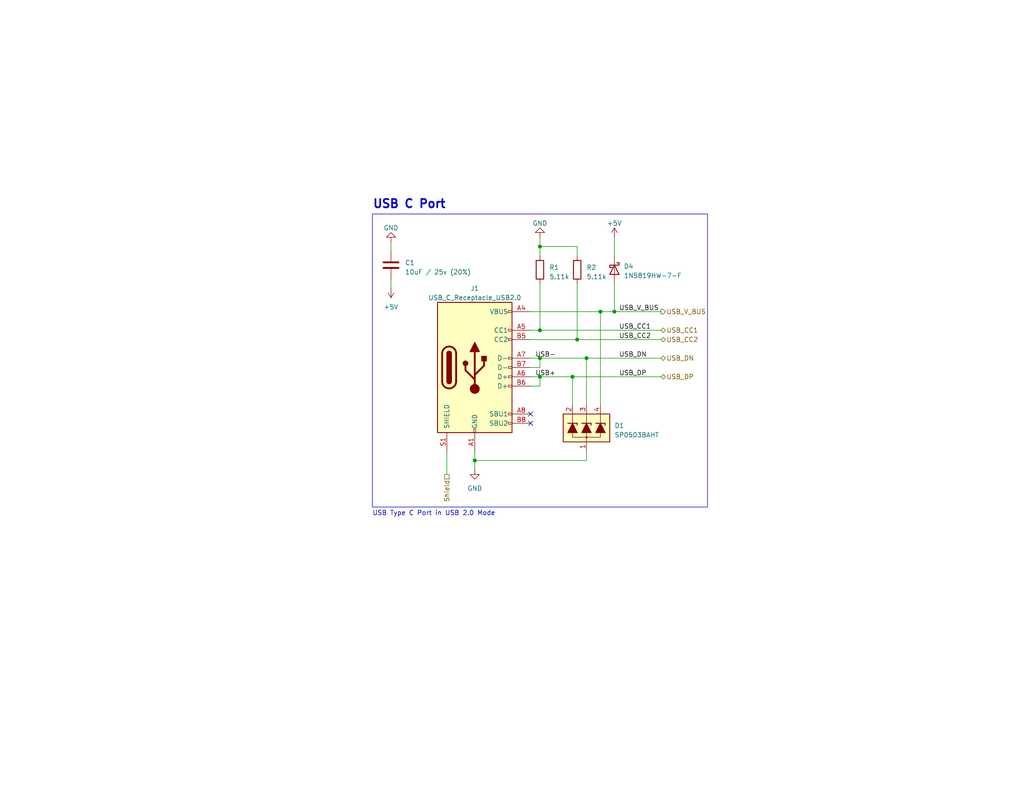
<source format=kicad_sch>
(kicad_sch (version 20230121) (generator eeschema)
  (paper "USLetter")
  (title_block (title "Kwartzlab Environmental Sensor") (date "2023-03-24") (rev "1") (company "Created By: Erin Reed (FireLabs - www.firelabs.ca)"))
  (lib_symbols
    (symbol "Connector:USB_C_Receptacle_USB2.0" (pin_names (offset 1.016))
      (property "Reference" "J" (at -10.16 19.05 0))
      (property "Value" "USB_C_Receptacle_USB2.0" (at 19.05 19.05 0))
      (symbol "USB_C_Receptacle_USB2.0_0_0"
        (rectangle (start -0.254 -17.78) (end 0.254 -16.764))
        (rectangle (start 10.16 -14.986) (end 9.144 -15.494))
        (rectangle (start 10.16 -12.446) (end 9.144 -12.954))
        (rectangle (start 10.16 -4.826) (end 9.144 -5.334))
        (rectangle (start 10.16 -2.286) (end 9.144 -2.794))
        (rectangle (start 10.16 0.254) (end 9.144 -0.254))
        (rectangle (start 10.16 2.794) (end 9.144 2.286))
        (rectangle (start 10.16 7.874) (end 9.144 7.366))
        (rectangle (start 10.16 10.414) (end 9.144 9.906))
        (rectangle (start 10.16 15.494) (end 9.144 14.986))
      )
      (symbol "USB_C_Receptacle_USB2.0_0_1"
        (rectangle (start -10.16 17.78) (end 10.16 -17.78) (stroke (width 0.254)) (fill (type background)))
        (arc (start -8.89 -3.81) (mid -6.985 -5.7067) (end -5.08 -3.81) (stroke (width 0.508)))
        (arc (start -7.62 -3.81) (mid -6.985 -4.4423) (end -6.35 -3.81) (stroke (width 0.254)))
        (arc (start -7.62 -3.81) (mid -6.985 -4.4423) (end -6.35 -3.81) (stroke (width 0.254)) (fill (type outline)))
        (rectangle (start -7.62 -3.81) (end -6.35 3.81) (stroke (width 0.254)) (fill (type outline)))
        (arc (start -6.35 3.81) (mid -6.985 4.4423) (end -7.62 3.81) (stroke (width 0.254)))
        (arc (start -6.35 3.81) (mid -6.985 4.4423) (end -7.62 3.81) (stroke (width 0.254)) (fill (type outline)))
        (arc (start -5.08 3.81) (mid -6.985 5.7067) (end -8.89 3.81) (stroke (width 0.508)))
        (circle (center -2.54 1.143) (radius 0.635) (stroke (width 0.254)) (fill (type outline)))
        (circle (center 0 -5.842) (radius 1.27) (fill (type outline)))
        (polyline (pts (xy -8.89 -3.81) (xy -8.89 3.81)) (stroke (width 0.508)))
        (polyline (pts (xy -5.08 3.81) (xy -5.08 -3.81)) (stroke (width 0.508)))
        (polyline (pts (xy 0 -5.842) (xy 0 4.318)) (stroke (width 0.508)))
        (polyline (pts (xy 0 -3.302) (xy -2.54 -0.762) (xy -2.54 0.508)) (stroke (width 0.508)))
        (polyline (pts (xy 0 -2.032) (xy 2.54 0.508) (xy 2.54 1.778)) (stroke (width 0.508)))
        (polyline (pts (xy -1.27 4.318) (xy 0 6.858) (xy 1.27 4.318) (xy -1.27 4.318)) (stroke (width 0.254)) (fill (type outline)))
        (rectangle (start 1.905 1.778) (end 3.175 3.048) (stroke (width 0.254)) (fill (type outline)))
      )
      (symbol "USB_C_Receptacle_USB2.0_1_1"
        (pin passive line (at 0 -22.86 90) (length 5.08) (name "GND") (number "A1"))
        (pin passive line (at 0 -22.86 90) (length 5.08) hide (name "GND") (number "A12"))
        (pin passive line (at 15.24 15.24 180) (length 5.08) (name "VBUS") (number "A4"))
        (pin bidirectional line (at 15.24 10.16 180) (length 5.08) (name "CC1") (number "A5"))
        (pin bidirectional line (at 15.24 -2.54 180) (length 5.08) (name "D+") (number "A6"))
        (pin bidirectional line (at 15.24 2.54 180) (length 5.08) (name "D-") (number "A7"))
        (pin bidirectional line (at 15.24 -12.7 180) (length 5.08) (name "SBU1") (number "A8"))
        (pin passive line (at 15.24 15.24 180) (length 5.08) hide (name "VBUS") (number "A9"))
        (pin passive line (at 0 -22.86 90) (length 5.08) hide (name "GND") (number "B1"))
        (pin passive line (at 0 -22.86 90) (length 5.08) hide (name "GND") (number "B12"))
        (pin passive line (at 15.24 15.24 180) (length 5.08) hide (name "VBUS") (number "B4"))
        (pin bidirectional line (at 15.24 7.62 180) (length 5.08) (name "CC2") (number "B5"))
        (pin bidirectional line (at 15.24 -5.08 180) (length 5.08) (name "D+") (number "B6"))
        (pin bidirectional line (at 15.24 0 180) (length 5.08) (name "D-") (number "B7"))
        (pin bidirectional line (at 15.24 -15.24 180) (length 5.08) (name "SBU2") (number "B8"))
        (pin passive line (at 15.24 15.24 180) (length 5.08) hide (name "VBUS") (number "B9"))
        (pin passive line (at -7.62 -22.86 90) (length 5.08) (name "SHIELD") (number "S1"))
      )
    )
    (symbol "Device:C" (pin_numbers hide) (pin_names (offset 0.254))
      (property "Reference" "C" (at 0.635 2.54 0))
      (property "Value" "C" (at 0.635 -2.54 0))
      (symbol "C_0_1"
        (polyline (pts (xy -2.032 -0.762) (xy 2.032 -0.762)) (stroke (width 0.508)))
        (polyline (pts (xy -2.032 0.762) (xy 2.032 0.762)) (stroke (width 0.508)))
      )
      (symbol "C_1_1"
        (pin passive line (at 0 3.81 270) (length 2.794) (name "~") (number "1"))
        (pin passive line (at 0 -3.81 90) (length 2.794) (name "~") (number "2"))
      )
    )
    (symbol "Device:R" (pin_numbers hide) (pin_names (offset 0))
      (property "Reference" "R" (at 2.032 0 90))
      (property "Value" "R" (at 0 0 90))
      (symbol "R_0_1"
        (rectangle (start -1.016 -2.54) (end 1.016 2.54) (stroke (width 0.254)))
      )
      (symbol "R_1_1"
        (pin passive line (at 0 3.81 270) (length 1.27) (name "~") (number "1"))
        (pin passive line (at 0 -3.81 90) (length 1.27) (name "~") (number "2"))
      )
    )
    (symbol "Diode:1N5819" (pin_numbers hide) (pin_names (offset 1.016) hide)
      (property "Reference" "D" (at 0 2.54 0))
      (property "Value" "1N5819" (at 0 -2.54 0))
      (symbol "1N5819_0_1"
        (polyline (pts (xy 1.27 0) (xy -1.27 0)))
        (polyline (pts (xy 1.27 1.27) (xy 1.27 -1.27) (xy -1.27 0) (xy 1.27 1.27)) (stroke (width 0.254)))
        (polyline (pts (xy -1.905 0.635) (xy -1.905 1.27) (xy -1.27 1.27) (xy -1.27 -1.27) (xy -0.635 -1.27) (xy -0.635 -0.635)) (stroke (width 0.254)))
      )
      (symbol "1N5819_1_1"
        (pin passive line (at -3.81 0 0) (length 2.54) (name "K") (number "1"))
        (pin passive line (at 3.81 0 180) (length 2.54) (name "A") (number "2"))
      )
    )
    (symbol "PCM_Diode_TVS_AKL:SP0503BAHT" (pin_names (offset 1.016) hide)
      (property "Reference" "D" (at 7.62 1.27 0))
      (property "Value" "SP0503BAHT" (at 7.62 -1.27 0))
      (symbol "SP0503BAHT_0_1"
        (rectangle (start -6.35 3.81) (end 6.35 -3.81) (stroke (width 0.254)) (fill (type background)))
        (circle (center 0 -2.54) (radius 0.1778) (fill (type outline)))
        (polyline (pts (xy -3.81 1.27) (xy -3.81 2.54)))
        (polyline (pts (xy -3.81 2.54) (xy -3.81 3.81)))
        (polyline (pts (xy 0 -3.81) (xy 0 -2.54)))
        (polyline (pts (xy 0 -2.54) (xy 0 -1.27)))
        (polyline (pts (xy 0 1.27) (xy 0 2.54)))
        (polyline (pts (xy 0 2.54) (xy 0 3.81)))
        (polyline (pts (xy 3.81 1.27) (xy 3.81 2.54)))
        (polyline (pts (xy 3.81 2.54) (xy 3.81 3.81)))
        (polyline (pts (xy -3.81 -1.27) (xy -3.81 -2.54) (xy 3.81 -2.54) (xy 3.81 -1.27)) (stroke (width 0.1524)))
      )
      (symbol "SP0503BAHT_1_1"
        (polyline (pts (xy -5.08 1.27) (xy -2.54 1.27)) (stroke (width 0.254)))
        (polyline (pts (xy -3.81 -1.27) (xy -3.81 1.27)))
        (polyline (pts (xy -2.54 1.27) (xy -2.54 0.762)) (stroke (width 0.254)))
        (polyline (pts (xy -1.27 1.27) (xy 1.27 1.27)) (stroke (width 0.254)))
        (polyline (pts (xy 0 -1.27) (xy 0 1.27)))
        (polyline (pts (xy 1.27 1.27) (xy 1.27 0.762)) (stroke (width 0.254)))
        (polyline (pts (xy 2.54 1.27) (xy 5.08 1.27)) (stroke (width 0.254)))
        (polyline (pts (xy 3.81 -1.27) (xy 3.81 1.27)))
        (polyline (pts (xy 5.08 1.27) (xy 5.08 0.762)) (stroke (width 0.254)))
        (polyline (pts (xy -2.54 -1.27) (xy -5.08 -1.27) (xy -3.81 1.27) (xy -2.54 -1.27)) (stroke (width 0.254)) (fill (type outline)))
        (polyline (pts (xy 1.27 -1.27) (xy -1.27 -1.27) (xy 0 1.27) (xy 1.27 -1.27)) (stroke (width 0.254)) (fill (type outline)))
        (polyline (pts (xy 5.08 -1.27) (xy 2.54 -1.27) (xy 3.81 1.27) (xy 5.08 -1.27)) (stroke (width 0.254)) (fill (type outline)))
        (pin passive line (at 0 -6.35 90) (length 2.54) (name "VN") (number "1"))
        (pin passive line (at -3.81 6.35 270) (length 2.54) (name "L1") (number "2"))
        (pin passive line (at 0 6.35 270) (length 2.54) (name "L2") (number "3"))
        (pin passive line (at 3.81 6.35 270) (length 2.54) (name "L3") (number "4"))
      )
    )
    (symbol "power:+5V" (power) (pin_names (offset 0))
      (property "Value" "+5V" (at 0 3.556 0))
      (symbol "+5V_0_1"
        (polyline (pts (xy -0.762 1.27) (xy 0 2.54)))
        (polyline (pts (xy 0 0) (xy 0 2.54)))
        (polyline (pts (xy 0 2.54) (xy 0.762 1.27)))
      )
      (symbol "+5V_1_1"
        (pin power_in line (at 0 0 90) (length 0) hide (name "+5V") (number "1"))
      )
    )
    (symbol "power:GND" (power) (pin_names (offset 0))
      (property "Value" "GND" (at 0 -3.81 0))
      (symbol "GND_0_1"
        (polyline (pts (xy 0 0) (xy 0 -1.27) (xy 1.27 -1.27) (xy 0 -2.54) (xy -1.27 -1.27) (xy 0 -1.27)))
      )
      (symbol "GND_1_1"
        (pin power_in line (at 0 0 270) (length 0) hide (name "GND") (number "1"))
      )
    )
  )
  (junction (at 160.02 97.79))
  (junction (at 147.32 97.79))
  (junction (at 157.48 92.71))
  (junction (at 163.83 85.09))
  (junction (at 147.32 67.31))
  (junction (at 147.32 90.17))
  (junction (at 147.32 102.87))
  (junction (at 167.64 85.09))
  (junction (at 129.54 125.73))
  (junction (at 156.21 102.87))
  (no_connect (at 144.78 113.03))
  (no_connect (at 144.78 115.57))
  (wire (pts (xy 160.02 97.79) (xy 180.34 97.79)))
  (wire (pts (xy 144.78 100.33) (xy 147.32 100.33)))
  (wire (pts (xy 144.78 92.71) (xy 157.48 92.71)))
  (wire (pts (xy 147.32 90.17) (xy 180.34 90.17)))
  (wire (pts (xy 157.48 92.71) (xy 180.34 92.71)))
  (wire (pts (xy 147.32 102.87) (xy 156.21 102.87)))
  (wire (pts (xy 147.32 100.33) (xy 147.32 97.79)))
  (wire (pts (xy 129.54 125.73) (xy 160.02 125.73)))
  (wire (pts (xy 144.78 97.79) (xy 147.32 97.79)))
  (wire (pts (xy 144.78 102.87) (xy 147.32 102.87)))
  (wire (pts (xy 129.54 123.19) (xy 129.54 125.73)))
  (wire (pts (xy 157.48 67.31) (xy 147.32 67.31)))
  (wire (pts (xy 121.92 123.19) (xy 121.92 129.54)))
  (wire (pts (xy 129.54 125.73) (xy 129.54 128.27)))
  (wire (pts (xy 106.68 66.04) (xy 106.68 68.58)))
  (wire (pts (xy 167.64 64.77) (xy 167.64 69.85)))
  (wire (pts (xy 106.68 76.2) (xy 106.68 78.74)))
  (wire (pts (xy 160.02 97.79) (xy 160.02 110.49)))
  (wire (pts (xy 147.32 77.47) (xy 147.32 90.17)))
  (wire (pts (xy 156.21 102.87) (xy 180.34 102.87)))
  (wire (pts (xy 167.64 85.09) (xy 180.34 85.09)))
  (wire (pts (xy 147.32 64.77) (xy 147.32 67.31)))
  (wire (pts (xy 147.32 97.79) (xy 160.02 97.79)))
  (wire (pts (xy 160.02 123.19) (xy 160.02 125.73)))
  (wire (pts (xy 156.21 102.87) (xy 156.21 110.49)))
  (wire (pts (xy 147.32 105.41) (xy 147.32 102.87)))
  (wire (pts (xy 157.48 77.47) (xy 157.48 92.71)))
  (wire (pts (xy 147.32 67.31) (xy 147.32 69.85)))
  (wire (pts (xy 144.78 85.09) (xy 163.83 85.09)))
  (wire (pts (xy 157.48 69.85) (xy 157.48 67.31)))
  (wire (pts (xy 144.78 105.41) (xy 147.32 105.41)))
  (wire (pts (xy 163.83 85.09) (xy 167.64 85.09)))
  (wire (pts (xy 144.78 90.17) (xy 147.32 90.17)))
  (wire (pts (xy 163.83 85.09) (xy 163.83 110.49)))
  (wire (pts (xy 167.64 77.47) (xy 167.64 85.09)))
  (rectangle (start 101.6 58.42) (end 193.04 138.43))
  (text "USB C Port" (at 101.6 57.15 0) (effects (font (size 2.27 2.27) (thickness 0.454) bold) (justify left bottom)))
  (text "USB Type C Port in USB 2.0 Mode" (at 101.6 140.97 0) (effects (font (size 1.27 1.27)) (justify left bottom)))
  (label "USB_CC2" (at 168.91 92.71 0))
  (label "USB+" (at 146.05 102.87 0))
  (label "USB-" (at 146.05 97.79 0))
  (label "USB_DN" (at 168.91 97.79 0))
  (label "USB_CC1" (at 168.91 90.17 0))
  (label "USB_DP" (at 168.91 102.87 0))
  (label "USB_V_BUS" (at 168.91 85.09 0))
  (hierarchical_label "USB_DP" (shape bidirectional) (at 180.34 102.87 0))
  (hierarchical_label "USB_CC1" (shape bidirectional) (at 180.34 90.17 0))
  (hierarchical_label "USB_V_BUS" (shape output) (at 180.34 85.09 0))
  (hierarchical_label "USB_CC2" (shape bidirectional) (at 180.34 92.71 0))
  (hierarchical_label "USB_DN" (shape bidirectional) (at 180.34 97.79 0))
  (hierarchical_label "Shield" (shape passive) (at 121.92 129.54 270))
  (symbol (lib_id "Device:R") (at 147.32 73.66 0) (unit 1)
    (property "Reference" "R1" (at 149.86 73.025 0) (effects (justify left)))
    (property "Value" "5.11k" (at 149.86 75.565 0) (effects (justify left)))
    (property "Footprint" "PCM_Resistor_SMD_AKL:R_0603_1608Metric" (effects hide))
    (property "Datasheet" "https://www.seielect.com/Catalog/SEI-RMCF_RMCP.pdf" (effects hide))
    (property "DigiKey" "RMCF0603JT5K10CT-ND" (effects hide))
  )
  (symbol (lib_id "Device:C") (at 106.68 72.39 180) (unit 1)
    (property "Reference" "C1" (at 110.49 71.755 0) (effects (justify right)))
    (property "Value" "10uF / 25v (20%)" (at 110.49 74.295 0) (effects (justify right)))
    (property "Footprint" "Capacitor_SMD:C_0603_1608Metric" (effects hide))
    (property "Datasheet" "https://media.digikey.com/pdf/Data%20Sheets/Samsung%20PDFs/CL10A106MA8NRNC_Spec.pdf" (effects hide))
    (property "DigiKey" "1276-1869-1-ND" (effects hide))
  )
  (symbol (lib_id "power:GND") (at 129.54 128.27 0) (unit 1)
    (property "Reference" "#PWR03" (effects hide))
    (property "Value" "GND" (at 129.54 133.35 0))
  )
  (symbol (lib_id "Device:R") (at 157.48 73.66 0) (unit 1)
    (property "Reference" "R2" (at 160.02 73.025 0) (effects (justify left)))
    (property "Value" "5.11k" (at 160.02 75.565 0) (effects (justify left)))
    (property "Footprint" "PCM_Resistor_SMD_AKL:R_0603_1608Metric" (effects hide))
    (property "Datasheet" "https://www.seielect.com/Catalog/SEI-RMCF_RMCP.pdf" (effects hide))
    (property "DigiKey" "RMCF0603JT5K10CT-ND" (effects hide))
  )
  (symbol (lib_id "Diode:1N5819") (at 167.64 73.66 270) (unit 1)
    (property "Reference" "D4" (at 170.18 72.7075 90) (effects (justify left)))
    (property "Value" "1N5819HW-7-F" (at 170.18 75.2475 90) (effects (justify left)))
    (property "Footprint" "Diode_SMD:D_SOD-123" (effects hide))
    (property "Datasheet" "https://www.diodes.com/assets/Datasheets/ds30217.pdf" (effects hide))
    (property "DigiKey" "1N5819HW-FDICT-ND" (effects hide))
  )
  (symbol (lib_id "power:+5V") (at 106.68 78.74 180) (unit 1)
    (property "Reference" "#PWR02" (effects hide))
    (property "Value" "+5V" (at 106.68 83.82 0))
  )
  (symbol (lib_id "PCM_Diode_TVS_AKL:SP0503BAHT") (at 160.02 116.84 0) (unit 1)
    (property "Reference" "D1" (at 167.64 116.205 0) (effects (justify left)))
    (property "Value" "SP0503BAHT" (at 167.64 118.745 0) (effects (justify left)))
    (property "Footprint" "Package_TO_SOT_SMD:SOT-143" (effects hide))
    (property "Datasheet" "https://www.tme.eu/Document/ca7ed7e840192927c2f50631891ac6c9/SP05xxBA.pdf" (effects hide))
  )
  (symbol (lib_id "power:+5V") (at 167.64 64.77 0) (unit 1)
    (property "Reference" "#PWR05" (effects hide))
    (property "Value" "+5V" (at 167.64 60.96 0))
  )
  (symbol (lib_id "power:GND") (at 147.32 64.77 180) (unit 1)
    (property "Reference" "#PWR04" (effects hide))
    (property "Value" "GND" (at 147.32 60.96 0))
  )
  (symbol (lib_id "Connector:USB_C_Receptacle_USB2.0") (at 129.54 100.33 0) (unit 1)
    (property "Reference" "J1" (at 129.54 78.74 0))
    (property "Value" "USB_C_Receptacle_USB2.0" (at 129.54 81.28 0))
    (property "Footprint" "Connector_USB:USB_C_Receptacle_GCT_USB4105-xx-A_16P_TopMnt_Horizontal" (effects hide))
    (property "Datasheet" "https://www.usb.org/sites/default/files/documents/usb_type-c.zip" (effects hide))
    (property "DigiKey" "2073-USB4105-GF-ACT-ND" (effects hide))
  )
  (symbol (lib_id "power:GND") (at 106.68 66.04 180) (unit 1)
    (property "Reference" "#PWR01" (effects hide))
    (property "Value" "GND" (at 106.68 62.23 0))
  )
)
</source>
